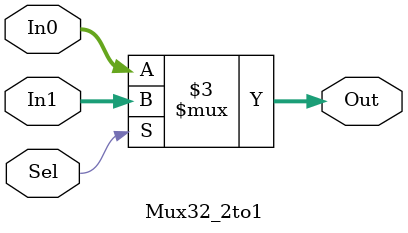
<source format=v>
module Mux32_2to1 (Sel,In0,In1,Out);

	input Sel;
	input[31:0] In0, In1;

	output[31:0] Out;
		reg[31:0] Out;

	always @(Sel or In0 or In1)
	begin
		if(Sel)	// synopsys infer_mux
			Out = In1;
		else
			Out = In0;
	end

endmodule

</source>
